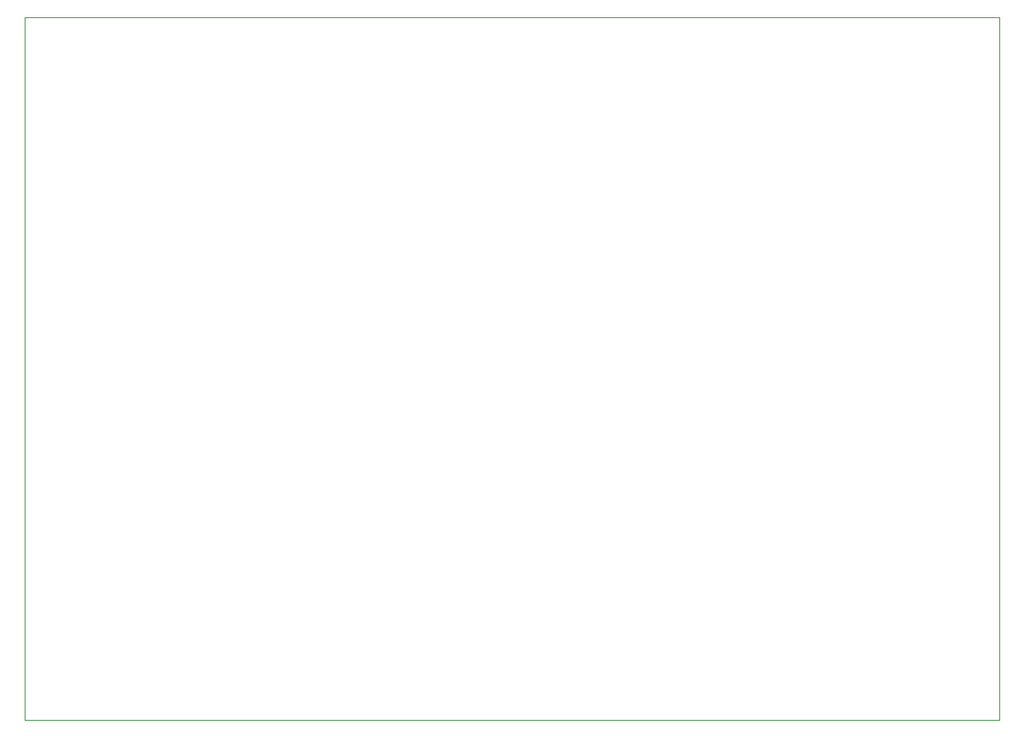
<source format=gbr>
%TF.GenerationSoftware,KiCad,Pcbnew,(5.1.6-0-10_14)*%
%TF.CreationDate,2021-05-07T14:06:44-07:00*%
%TF.ProjectId,LEDDriverFilter,4c454444-7269-4766-9572-46696c746572,rev?*%
%TF.SameCoordinates,Original*%
%TF.FileFunction,Profile,NP*%
%FSLAX46Y46*%
G04 Gerber Fmt 4.6, Leading zero omitted, Abs format (unit mm)*
G04 Created by KiCad (PCBNEW (5.1.6-0-10_14)) date 2021-05-07 14:06:44*
%MOMM*%
%LPD*%
G01*
G04 APERTURE LIST*
%TA.AperFunction,Profile*%
%ADD10C,0.050000*%
%TD*%
G04 APERTURE END LIST*
D10*
X81280000Y-76200000D02*
X181610000Y-76200000D01*
X81280000Y-148590000D02*
X81280000Y-76200000D01*
X181610000Y-148590000D02*
X81280000Y-148590000D01*
X181610000Y-76200000D02*
X181610000Y-148590000D01*
M02*

</source>
